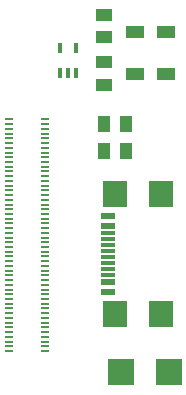
<source format=gbr>
%TF.GenerationSoftware,KiCad,Pcbnew,(6.0.2)*%
%TF.CreationDate,2022-02-22T18:51:34-06:00*%
%TF.ProjectId,rpi-cm4-carrier-template,7270692d-636d-4342-9d63-617272696572,v01*%
%TF.SameCoordinates,Original*%
%TF.FileFunction,Paste,Top*%
%TF.FilePolarity,Positive*%
%FSLAX46Y46*%
G04 Gerber Fmt 4.6, Leading zero omitted, Abs format (unit mm)*
G04 Created by KiCad (PCBNEW (6.0.2)) date 2022-02-22 18:51:34*
%MOMM*%
%LPD*%
G01*
G04 APERTURE LIST*
%ADD10R,2.209800X2.260600*%
%ADD11R,0.355600X0.833300*%
%ADD12R,1.380000X1.040000*%
%ADD13R,1.498600X0.990600*%
%ADD14R,1.040000X1.380000*%
%ADD15R,1.150000X0.600000*%
%ADD16R,1.150000X0.300000*%
%ADD17R,2.000000X2.180000*%
%ADD18R,0.700000X0.200000*%
G04 APERTURE END LIST*
D10*
%TO.C,CR1*%
X171455300Y-111500000D03*
X175544700Y-111500000D03*
%TD*%
D11*
%TO.C,U1*%
X166350001Y-86138949D03*
X167000000Y-86138949D03*
X167649999Y-86138949D03*
X167649999Y-84061051D03*
X166350001Y-84061051D03*
%TD*%
D12*
%TO.C,R2*%
X170000000Y-85260000D03*
X170000000Y-87140000D03*
%TD*%
D13*
%TO.C,LED1*%
X172700000Y-86254700D03*
X175300000Y-86254700D03*
%TD*%
D12*
%TO.C,R4*%
X170000000Y-81260000D03*
X170000000Y-83140000D03*
%TD*%
D14*
%TO.C,R3*%
X171940000Y-92750000D03*
X170060000Y-92750000D03*
%TD*%
D15*
%TO.C,J1*%
X170362500Y-104700000D03*
X170362500Y-103900000D03*
D16*
X170362500Y-102750000D03*
X170362500Y-101750000D03*
X170362500Y-101250000D03*
X170362500Y-100250000D03*
D15*
X170362500Y-98300000D03*
X170362500Y-99100000D03*
D16*
X170362500Y-99750000D03*
X170362500Y-100750000D03*
X170362500Y-102250000D03*
X170362500Y-103250000D03*
D17*
X170937500Y-106610000D03*
X170937500Y-96390000D03*
X174867500Y-106610000D03*
X174867500Y-96390000D03*
%TD*%
D14*
%TO.C,R1*%
X171940000Y-90500000D03*
X170060000Y-90500000D03*
%TD*%
D13*
%TO.C,LED2*%
X172700000Y-82721500D03*
X175300000Y-82721500D03*
%TD*%
D18*
%TO.C,Module1*%
X165040000Y-109700000D03*
X161960000Y-109700000D03*
X165040000Y-109300000D03*
X161960000Y-109300000D03*
X165040000Y-108900000D03*
X161960000Y-108900000D03*
X165040000Y-108500000D03*
X161960000Y-108500000D03*
X165040000Y-108100000D03*
X161960000Y-108100000D03*
X165040000Y-107700000D03*
X161960000Y-107700000D03*
X165040000Y-107300000D03*
X161960000Y-107300000D03*
X165040000Y-106900000D03*
X161960000Y-106900000D03*
X165040000Y-106500000D03*
X161960000Y-106500000D03*
X165040000Y-106100000D03*
X161960000Y-106100000D03*
X165040000Y-105700000D03*
X161960000Y-105700000D03*
X165040000Y-105300000D03*
X161960000Y-105300000D03*
X165040000Y-104900000D03*
X161960000Y-104900000D03*
X165040000Y-104500000D03*
X161960000Y-104500000D03*
X165040000Y-104100000D03*
X161960000Y-104100000D03*
X165040000Y-103700000D03*
X161960000Y-103700000D03*
X165040000Y-103300000D03*
X161960000Y-103300000D03*
X165040000Y-102900000D03*
X161960000Y-102900000D03*
X165040000Y-102500000D03*
X161960000Y-102500000D03*
X165040000Y-102100000D03*
X161960000Y-102100000D03*
X165040000Y-101700000D03*
X161960000Y-101700000D03*
X165040000Y-101300000D03*
X161960000Y-101300000D03*
X165040000Y-100900000D03*
X161960000Y-100900000D03*
X165040000Y-100500000D03*
X161960000Y-100500000D03*
X165040000Y-100100000D03*
X161960000Y-100100000D03*
X165040000Y-99700000D03*
X161960000Y-99700000D03*
X165040000Y-99300000D03*
X161960000Y-99300000D03*
X165040000Y-98900000D03*
X161960000Y-98900000D03*
X165040000Y-98500000D03*
X161960000Y-98500000D03*
X165040000Y-98100000D03*
X161960000Y-98100000D03*
X165040000Y-97700000D03*
X161960000Y-97700000D03*
X165040000Y-97300000D03*
X161960000Y-97300000D03*
X165040000Y-96900000D03*
X161960000Y-96900000D03*
X165040000Y-96500000D03*
X161960000Y-96500000D03*
X165040000Y-96100000D03*
X161960000Y-96100000D03*
X165040000Y-95700000D03*
X161960000Y-95700000D03*
X165040000Y-95300000D03*
X161960000Y-95300000D03*
X165040000Y-94900000D03*
X161960000Y-94900000D03*
X165040000Y-94500000D03*
X161960000Y-94500000D03*
X165040000Y-94100000D03*
X161960000Y-94100000D03*
X165040000Y-93700000D03*
X161960000Y-93700000D03*
X165040000Y-93300000D03*
X161960000Y-93300000D03*
X165040000Y-92900000D03*
X161960000Y-92900000D03*
X165040000Y-92500000D03*
X161960000Y-92500000D03*
X165040000Y-92100000D03*
X161960000Y-92100000D03*
X165040000Y-91700000D03*
X161960000Y-91700000D03*
X165040000Y-91300000D03*
X161960000Y-91300000D03*
X165040000Y-90900000D03*
X161960000Y-90900000D03*
X165040000Y-90500000D03*
X161960000Y-90500000D03*
X165040000Y-90100000D03*
X161960000Y-90100000D03*
%TD*%
M02*

</source>
